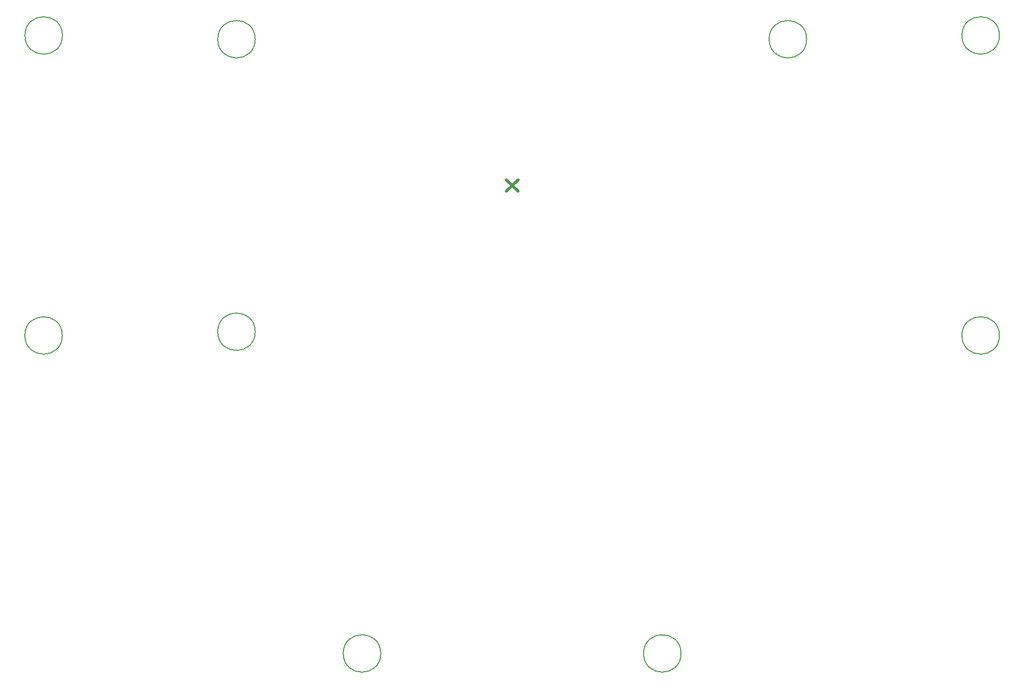
<source format=gbr>
%TF.GenerationSoftware,KiCad,Pcbnew,8.0.1*%
%TF.CreationDate,2024-08-22T21:09:10+09:00*%
%TF.ProjectId,Line-20240325,4c696e65-2d32-4303-9234-303332352e6b,rev?*%
%TF.SameCoordinates,Original*%
%TF.FileFunction,Other,Comment*%
%FSLAX46Y46*%
G04 Gerber Fmt 4.6, Leading zero omitted, Abs format (unit mm)*
G04 Created by KiCad (PCBNEW 8.0.1) date 2024-08-22 21:09:10*
%MOMM*%
%LPD*%
G01*
G04 APERTURE LIST*
%ADD10C,0.500000*%
%ADD11C,0.150000*%
G04 APERTURE END LIST*
D10*
X999142Y999876D02*
X-1000859Y-1000123D01*
X-1000858Y999877D02*
X999143Y-1000123D01*
D11*
%TO.C,REF\u002A\u002A*%
X-76792706Y25637809D02*
G75*
G02*
X-83192706Y25637809I-3200000J0D01*
G01*
X-83192706Y25637809D02*
G75*
G02*
X-76792706Y25637809I3200000J0D01*
G01*
X83191001Y-25638052D02*
G75*
G02*
X76791001Y-25638052I-3200000J0D01*
G01*
X76791001Y-25638052D02*
G75*
G02*
X83191001Y-25638052I3200000J0D01*
G01*
X-43874093Y-25000123D02*
G75*
G02*
X-50274093Y-25000123I-3200000J0D01*
G01*
X-50274093Y-25000123D02*
G75*
G02*
X-43874093Y-25000123I3200000J0D01*
G01*
X50272351Y24999817D02*
G75*
G02*
X43872351Y24999817I-3200000J0D01*
G01*
X43872351Y24999817D02*
G75*
G02*
X50272351Y24999817I3200000J0D01*
G01*
X-76808997Y-25638052D02*
G75*
G02*
X-83208997Y-25638052I-3200000J0D01*
G01*
X-83208997Y-25638052D02*
G75*
G02*
X-76808997Y-25638052I3200000J0D01*
G01*
X-43874094Y24999877D02*
G75*
G02*
X-50274094Y24999877I-3200000J0D01*
G01*
X-50274094Y24999877D02*
G75*
G02*
X-43874094Y24999877I3200000J0D01*
G01*
X83190993Y25637806D02*
G75*
G02*
X76790993Y25637806I-3200000J0D01*
G01*
X76790993Y25637806D02*
G75*
G02*
X83190993Y25637806I3200000J0D01*
G01*
X-22438782Y-79991975D02*
G75*
G02*
X-28838782Y-79991975I-3200000J0D01*
G01*
X-28838782Y-79991975D02*
G75*
G02*
X-22438782Y-79991975I3200000J0D01*
G01*
X28837078Y-79991975D02*
G75*
G02*
X22437078Y-79991975I-3200000J0D01*
G01*
X22437078Y-79991975D02*
G75*
G02*
X28837078Y-79991975I3200000J0D01*
G01*
%TD*%
M02*

</source>
